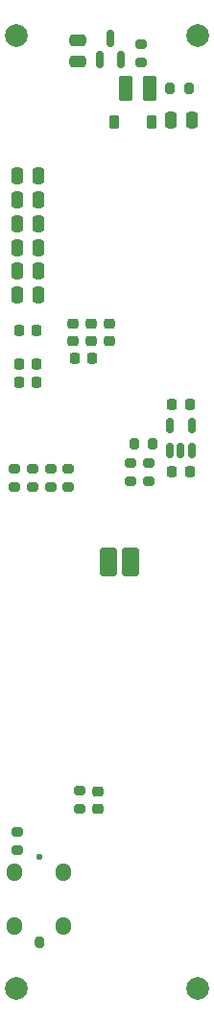
<source format=gbr>
%TF.GenerationSoftware,KiCad,Pcbnew,9.0.5*%
%TF.CreationDate,2025-11-24T11:18:26-05:00*%
%TF.ProjectId,everframe_board,65766572-6672-4616-9d65-5f626f617264,rev?*%
%TF.SameCoordinates,Original*%
%TF.FileFunction,Soldermask,Bot*%
%TF.FilePolarity,Negative*%
%FSLAX46Y46*%
G04 Gerber Fmt 4.6, Leading zero omitted, Abs format (unit mm)*
G04 Created by KiCad (PCBNEW 9.0.5) date 2025-11-24 11:18:26*
%MOMM*%
%LPD*%
G01*
G04 APERTURE LIST*
G04 Aperture macros list*
%AMRoundRect*
0 Rectangle with rounded corners*
0 $1 Rounding radius*
0 $2 $3 $4 $5 $6 $7 $8 $9 X,Y pos of 4 corners*
0 Add a 4 corners polygon primitive as box body*
4,1,4,$2,$3,$4,$5,$6,$7,$8,$9,$2,$3,0*
0 Add four circle primitives for the rounded corners*
1,1,$1+$1,$2,$3*
1,1,$1+$1,$4,$5*
1,1,$1+$1,$6,$7*
1,1,$1+$1,$8,$9*
0 Add four rect primitives between the rounded corners*
20,1,$1+$1,$2,$3,$4,$5,0*
20,1,$1+$1,$4,$5,$6,$7,0*
20,1,$1+$1,$6,$7,$8,$9,0*
20,1,$1+$1,$8,$9,$2,$3,0*%
G04 Aperture macros list end*
%ADD10C,0.010000*%
%ADD11C,0.570000*%
%ADD12O,1.354000X1.604000*%
%ADD13C,2.000000*%
%ADD14RoundRect,0.400400X0.400400X-0.900400X0.400400X0.900400X-0.400400X0.900400X-0.400400X-0.900400X0*%
%ADD15RoundRect,0.225000X0.225000X0.250000X-0.225000X0.250000X-0.225000X-0.250000X0.225000X-0.250000X0*%
%ADD16RoundRect,0.250000X0.250000X0.475000X-0.250000X0.475000X-0.250000X-0.475000X0.250000X-0.475000X0*%
%ADD17RoundRect,0.150000X0.150000X-0.512500X0.150000X0.512500X-0.150000X0.512500X-0.150000X-0.512500X0*%
%ADD18RoundRect,0.225000X0.250000X-0.225000X0.250000X0.225000X-0.250000X0.225000X-0.250000X-0.225000X0*%
%ADD19RoundRect,0.150000X0.150000X-0.587500X0.150000X0.587500X-0.150000X0.587500X-0.150000X-0.587500X0*%
%ADD20RoundRect,0.200000X0.275000X-0.200000X0.275000X0.200000X-0.275000X0.200000X-0.275000X-0.200000X0*%
%ADD21RoundRect,0.250000X-0.250000X-0.475000X0.250000X-0.475000X0.250000X0.475000X-0.250000X0.475000X0*%
%ADD22RoundRect,0.225000X-0.225000X-0.375000X0.225000X-0.375000X0.225000X0.375000X-0.225000X0.375000X0*%
%ADD23RoundRect,0.250000X0.475000X-0.250000X0.475000X0.250000X-0.475000X0.250000X-0.475000X-0.250000X0*%
%ADD24RoundRect,0.225000X-0.225000X-0.250000X0.225000X-0.250000X0.225000X0.250000X-0.225000X0.250000X0*%
%ADD25RoundRect,0.250000X0.375000X0.850000X-0.375000X0.850000X-0.375000X-0.850000X0.375000X-0.850000X0*%
%ADD26RoundRect,0.200000X0.200000X0.275000X-0.200000X0.275000X-0.200000X-0.275000X0.200000X-0.275000X0*%
%ADD27RoundRect,0.200000X-0.275000X0.200000X-0.275000X-0.200000X0.275000X-0.200000X0.275000X0.200000X0*%
G04 APERTURE END LIST*
D10*
%TO.C,J2*%
X77020000Y-131416000D02*
X77040000Y-131417000D01*
X77060000Y-131420000D01*
X77080000Y-131423000D01*
X77100000Y-131428000D01*
X77119000Y-131434000D01*
X77138000Y-131441000D01*
X77157000Y-131448000D01*
X77175000Y-131457000D01*
X77192000Y-131467000D01*
X77210000Y-131477000D01*
X77226000Y-131489000D01*
X77242000Y-131501000D01*
X77258000Y-131514000D01*
X77272000Y-131528000D01*
X77286000Y-131542000D01*
X77299000Y-131558000D01*
X77311000Y-131574000D01*
X77323000Y-131590000D01*
X77333000Y-131608000D01*
X77343000Y-131625000D01*
X77352000Y-131643000D01*
X77359000Y-131662000D01*
X77366000Y-131681000D01*
X77372000Y-131700000D01*
X77377000Y-131720000D01*
X77380000Y-131740000D01*
X77383000Y-131760000D01*
X77384000Y-131780000D01*
X77385000Y-131800000D01*
X77385000Y-132000000D01*
X77384000Y-132020000D01*
X77383000Y-132040000D01*
X77380000Y-132060000D01*
X77377000Y-132080000D01*
X77372000Y-132100000D01*
X77366000Y-132119000D01*
X77359000Y-132138000D01*
X77352000Y-132157000D01*
X77343000Y-132175000D01*
X77333000Y-132193000D01*
X77323000Y-132210000D01*
X77311000Y-132226000D01*
X77299000Y-132242000D01*
X77286000Y-132258000D01*
X77272000Y-132272000D01*
X77258000Y-132286000D01*
X77242000Y-132299000D01*
X77226000Y-132311000D01*
X77210000Y-132323000D01*
X77192000Y-132333000D01*
X77175000Y-132343000D01*
X77157000Y-132352000D01*
X77138000Y-132359000D01*
X77119000Y-132366000D01*
X77100000Y-132372000D01*
X77080000Y-132377000D01*
X77060000Y-132380000D01*
X77040000Y-132383000D01*
X77020000Y-132384000D01*
X77000000Y-132385000D01*
X76980000Y-132384000D01*
X76960000Y-132383000D01*
X76940000Y-132380000D01*
X76920000Y-132377000D01*
X76900000Y-132372000D01*
X76881000Y-132366000D01*
X76862000Y-132359000D01*
X76843000Y-132352000D01*
X76825000Y-132343000D01*
X76808000Y-132333000D01*
X76790000Y-132323000D01*
X76774000Y-132311000D01*
X76758000Y-132299000D01*
X76742000Y-132286000D01*
X76728000Y-132272000D01*
X76714000Y-132258000D01*
X76701000Y-132242000D01*
X76689000Y-132226000D01*
X76677000Y-132210000D01*
X76667000Y-132193000D01*
X76657000Y-132175000D01*
X76648000Y-132157000D01*
X76641000Y-132138000D01*
X76634000Y-132119000D01*
X76628000Y-132100000D01*
X76623000Y-132080000D01*
X76620000Y-132060000D01*
X76617000Y-132040000D01*
X76616000Y-132020000D01*
X76615000Y-132000000D01*
X76615000Y-131800000D01*
X76616000Y-131780000D01*
X76617000Y-131760000D01*
X76620000Y-131740000D01*
X76623000Y-131720000D01*
X76628000Y-131700000D01*
X76634000Y-131681000D01*
X76641000Y-131662000D01*
X76648000Y-131643000D01*
X76657000Y-131625000D01*
X76667000Y-131607000D01*
X76677000Y-131590000D01*
X76689000Y-131574000D01*
X76701000Y-131558000D01*
X76714000Y-131542000D01*
X76728000Y-131528000D01*
X76742000Y-131514000D01*
X76758000Y-131501000D01*
X76774000Y-131489000D01*
X76790000Y-131477000D01*
X76807000Y-131467000D01*
X76825000Y-131457000D01*
X76843000Y-131448000D01*
X76862000Y-131441000D01*
X76881000Y-131434000D01*
X76900000Y-131428000D01*
X76920000Y-131423000D01*
X76940000Y-131420000D01*
X76960000Y-131417000D01*
X76980000Y-131416000D01*
X77000000Y-131415000D01*
X77020000Y-131416000D01*
G36*
X77020000Y-131416000D02*
G01*
X77040000Y-131417000D01*
X77060000Y-131420000D01*
X77080000Y-131423000D01*
X77100000Y-131428000D01*
X77119000Y-131434000D01*
X77138000Y-131441000D01*
X77157000Y-131448000D01*
X77175000Y-131457000D01*
X77192000Y-131467000D01*
X77210000Y-131477000D01*
X77226000Y-131489000D01*
X77242000Y-131501000D01*
X77258000Y-131514000D01*
X77272000Y-131528000D01*
X77286000Y-131542000D01*
X77299000Y-131558000D01*
X77311000Y-131574000D01*
X77323000Y-131590000D01*
X77333000Y-131608000D01*
X77343000Y-131625000D01*
X77352000Y-131643000D01*
X77359000Y-131662000D01*
X77366000Y-131681000D01*
X77372000Y-131700000D01*
X77377000Y-131720000D01*
X77380000Y-131740000D01*
X77383000Y-131760000D01*
X77384000Y-131780000D01*
X77385000Y-131800000D01*
X77385000Y-132000000D01*
X77384000Y-132020000D01*
X77383000Y-132040000D01*
X77380000Y-132060000D01*
X77377000Y-132080000D01*
X77372000Y-132100000D01*
X77366000Y-132119000D01*
X77359000Y-132138000D01*
X77352000Y-132157000D01*
X77343000Y-132175000D01*
X77333000Y-132193000D01*
X77323000Y-132210000D01*
X77311000Y-132226000D01*
X77299000Y-132242000D01*
X77286000Y-132258000D01*
X77272000Y-132272000D01*
X77258000Y-132286000D01*
X77242000Y-132299000D01*
X77226000Y-132311000D01*
X77210000Y-132323000D01*
X77192000Y-132333000D01*
X77175000Y-132343000D01*
X77157000Y-132352000D01*
X77138000Y-132359000D01*
X77119000Y-132366000D01*
X77100000Y-132372000D01*
X77080000Y-132377000D01*
X77060000Y-132380000D01*
X77040000Y-132383000D01*
X77020000Y-132384000D01*
X77000000Y-132385000D01*
X76980000Y-132384000D01*
X76960000Y-132383000D01*
X76940000Y-132380000D01*
X76920000Y-132377000D01*
X76900000Y-132372000D01*
X76881000Y-132366000D01*
X76862000Y-132359000D01*
X76843000Y-132352000D01*
X76825000Y-132343000D01*
X76808000Y-132333000D01*
X76790000Y-132323000D01*
X76774000Y-132311000D01*
X76758000Y-132299000D01*
X76742000Y-132286000D01*
X76728000Y-132272000D01*
X76714000Y-132258000D01*
X76701000Y-132242000D01*
X76689000Y-132226000D01*
X76677000Y-132210000D01*
X76667000Y-132193000D01*
X76657000Y-132175000D01*
X76648000Y-132157000D01*
X76641000Y-132138000D01*
X76634000Y-132119000D01*
X76628000Y-132100000D01*
X76623000Y-132080000D01*
X76620000Y-132060000D01*
X76617000Y-132040000D01*
X76616000Y-132020000D01*
X76615000Y-132000000D01*
X76615000Y-131800000D01*
X76616000Y-131780000D01*
X76617000Y-131760000D01*
X76620000Y-131740000D01*
X76623000Y-131720000D01*
X76628000Y-131700000D01*
X76634000Y-131681000D01*
X76641000Y-131662000D01*
X76648000Y-131643000D01*
X76657000Y-131625000D01*
X76667000Y-131607000D01*
X76677000Y-131590000D01*
X76689000Y-131574000D01*
X76701000Y-131558000D01*
X76714000Y-131542000D01*
X76728000Y-131528000D01*
X76742000Y-131514000D01*
X76758000Y-131501000D01*
X76774000Y-131489000D01*
X76790000Y-131477000D01*
X76807000Y-131467000D01*
X76825000Y-131457000D01*
X76843000Y-131448000D01*
X76862000Y-131441000D01*
X76881000Y-131434000D01*
X76900000Y-131428000D01*
X76920000Y-131423000D01*
X76940000Y-131420000D01*
X76960000Y-131417000D01*
X76980000Y-131416000D01*
X77000000Y-131415000D01*
X77020000Y-131416000D01*
G37*
%TD*%
D11*
%TO.C,J2*%
X77000000Y-124400000D03*
D12*
X79150000Y-125750000D03*
X79150000Y-130550000D03*
X74850000Y-125750000D03*
X74850000Y-130550000D03*
%TD*%
D13*
%TO.C,H2*%
X91000000Y-52000000D03*
%TD*%
%TO.C,H4*%
X91000000Y-136000000D03*
%TD*%
%TO.C,H1*%
X75000000Y-52000000D03*
%TD*%
D14*
%TO.C,U1*%
X83132000Y-98445000D03*
X85037000Y-98445000D03*
%TD*%
D13*
%TO.C,H3*%
X75000000Y-136000000D03*
%TD*%
D15*
%TO.C,C23*%
X90275000Y-90500000D03*
X88725000Y-90500000D03*
%TD*%
D16*
%TO.C,C29*%
X90525000Y-59506750D03*
X88625000Y-59506750D03*
%TD*%
D17*
%TO.C,U2*%
X90450000Y-88637500D03*
X89500000Y-88637500D03*
X88550000Y-88637500D03*
X88550000Y-86362500D03*
X90450000Y-86362500D03*
%TD*%
D16*
%TO.C,C5*%
X76950000Y-72800000D03*
X75050000Y-72800000D03*
%TD*%
D18*
%TO.C,C12*%
X83200000Y-78975000D03*
X83200000Y-77425000D03*
%TD*%
D15*
%TO.C,C17*%
X76775000Y-78000000D03*
X75225000Y-78000000D03*
%TD*%
D19*
%TO.C,Q2*%
X84250000Y-54137500D03*
X82350000Y-54137500D03*
X83300000Y-52262500D03*
%TD*%
D20*
%TO.C,R22*%
X74800000Y-91825000D03*
X74800000Y-90175000D03*
%TD*%
D16*
%TO.C,C2*%
X76950000Y-66500000D03*
X75050000Y-66500000D03*
%TD*%
D21*
%TO.C,C1*%
X75050000Y-64400000D03*
X76950000Y-64400000D03*
%TD*%
D22*
%TO.C,D4*%
X83625000Y-59606750D03*
X86925000Y-59606750D03*
%TD*%
D20*
%TO.C,R19*%
X76400000Y-91825000D03*
X76400000Y-90175000D03*
%TD*%
D16*
%TO.C,C3*%
X76950000Y-68600000D03*
X75050000Y-68600000D03*
%TD*%
D20*
%TO.C,R15*%
X75100000Y-123825000D03*
X75100000Y-122175000D03*
%TD*%
%TO.C,R8*%
X86700000Y-91325000D03*
X86700000Y-89675000D03*
%TD*%
D18*
%TO.C,C10*%
X80000000Y-78975000D03*
X80000000Y-77425000D03*
%TD*%
D23*
%TO.C,C30*%
X80400000Y-54350000D03*
X80400000Y-52450000D03*
%TD*%
D24*
%TO.C,C9*%
X80125000Y-80500000D03*
X81675000Y-80500000D03*
%TD*%
D25*
%TO.C,L2*%
X86750000Y-56706750D03*
X84600000Y-56706750D03*
%TD*%
D15*
%TO.C,C15*%
X76775000Y-81000000D03*
X75225000Y-81000000D03*
%TD*%
%TO.C,C16*%
X76775000Y-82600000D03*
X75225000Y-82600000D03*
%TD*%
D18*
%TO.C,C35*%
X82200000Y-120175000D03*
X82200000Y-118625000D03*
%TD*%
D16*
%TO.C,C4*%
X76950000Y-70700000D03*
X75050000Y-70700000D03*
%TD*%
D26*
%TO.C,R14*%
X90200000Y-56706750D03*
X88550000Y-56706750D03*
%TD*%
D18*
%TO.C,C11*%
X81600000Y-78975000D03*
X81600000Y-77425000D03*
%TD*%
D27*
%TO.C,R21*%
X80600000Y-118575000D03*
X80600000Y-120225000D03*
%TD*%
D16*
%TO.C,C6*%
X76950000Y-74900000D03*
X75050000Y-74900000D03*
%TD*%
D20*
%TO.C,R13*%
X86000000Y-54425000D03*
X86000000Y-52775000D03*
%TD*%
D15*
%TO.C,C24*%
X90275000Y-84500000D03*
X88725000Y-84500000D03*
%TD*%
D20*
%TO.C,R9*%
X85100000Y-91325000D03*
X85100000Y-89675000D03*
%TD*%
%TO.C,R18*%
X78000000Y-91825000D03*
X78000000Y-90175000D03*
%TD*%
D26*
%TO.C,R7*%
X87025000Y-88000000D03*
X85375000Y-88000000D03*
%TD*%
D20*
%TO.C,R17*%
X79600000Y-91825000D03*
X79600000Y-90175000D03*
%TD*%
M02*

</source>
